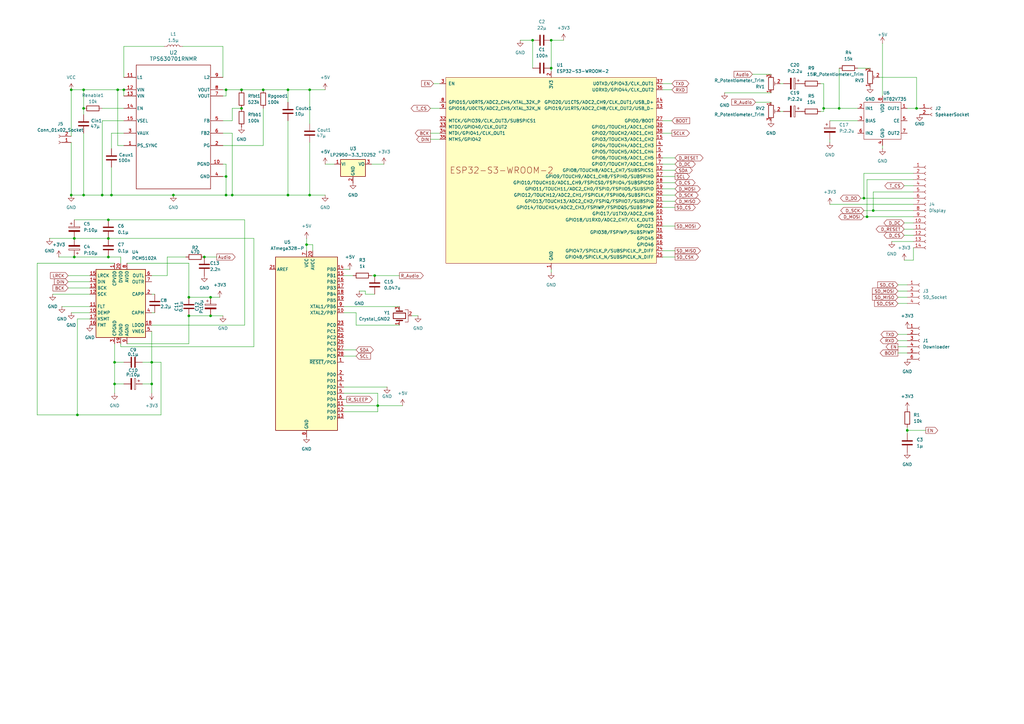
<source format=kicad_sch>
(kicad_sch (version 20231120) (generator "eeschema") (generator_version "8.0")
  (paper "A3")
  (junction (at 153.67 113.03))
  (junction (at 83.82 105.41))
  (junction (at 86.36 129.54))
  (junction (at 99.06 44.45))
  (junction (at 71.12 80.01))
  (junction (at 62.23 157.48))
  (junction (at 62.23 148.59))
  (junction (at 107.95 36.83))
  (junction (at 154.94 166.37))
  (junction (at 44.45 105.41))
  (junction (at 31.75 170.18))
  (junction (at 92.71 72.39))
  (junction (at 48.26 36.83))
  (junction (at 125.73 100.33))
  (junction (at 77.47 121.92))
  (junction (at 354.33 81.28))
  (junction (at 372.11 176.53))
  (junction (at 118.11 80.01))
  (junction (at 30.48 105.41))
  (junction (at 355.6 88.9))
  (junction (at 358.14 86.36))
  (junction (at 375.92 44.45))
  (junction (at 127 80.01))
  (junction (at 95.25 80.01))
  (junction (at 29.21 36.83))
  (junction (at 34.29 80.01))
  (junction (at 34.29 36.83))
  (junction (at 218.44 16.51))
  (junction (at 344.17 44.45))
  (junction (at 118.11 36.83))
  (junction (at 226.06 16.51))
  (junction (at 127 36.83))
  (junction (at 30.48 97.79))
  (junction (at 34.29 44.45))
  (junction (at 41.91 80.01))
  (junction (at 92.71 36.83))
  (junction (at 86.36 121.92))
  (junction (at 337.82 44.45))
  (junction (at 99.06 36.83))
  (junction (at 92.71 80.01))
  (junction (at 44.45 97.79))
  (junction (at 46.99 157.48))
  (junction (at 44.45 90.17))
  (junction (at 77.47 129.54))
  (junction (at 46.99 148.59))
  (junction (at 50.8 36.83))
  (junction (at 226.06 27.94))
  (junction (at 29.21 80.01))
  (junction (at 45.72 80.01))
  (wire (pts (xy 271.78 102.87) (xy 276.86 102.87)))
  (wire (pts (xy 66.04 148.59) (xy 62.23 148.59)))
  (wire (pts (xy 15.24 107.95) (xy 15.24 170.18)))
  (wire (pts (xy 95.25 54.61) (xy 95.25 80.01)))
  (wire (pts (xy 354.33 81.28) (xy 374.65 81.28)))
  (wire (pts (xy 95.25 44.45) (xy 99.06 44.45)))
  (wire (pts (xy 62.23 148.59) (xy 62.23 157.48)))
  (wire (pts (xy 271.78 82.55) (xy 276.86 82.55)))
  (wire (pts (xy 358.14 78.74) (xy 358.14 86.36)))
  (wire (pts (xy 375.92 44.45) (xy 377.19 44.45)))
  (wire (pts (xy 149.86 119.38) (xy 149.86 120.65)))
  (wire (pts (xy 29.21 36.83) (xy 34.29 36.83)))
  (wire (pts (xy 354.33 71.12) (xy 374.65 71.12)))
  (wire (pts (xy 25.4 125.73) (xy 36.83 125.73)))
  (wire (pts (xy 226.06 16.51) (xy 231.14 16.51)))
  (wire (pts (xy 45.72 54.61) (xy 45.72 60.96)))
  (wire (pts (xy 15.24 107.95) (xy 46.99 107.95)))
  (wire (pts (xy 127 80.01) (xy 133.35 80.01)))
  (wire (pts (xy 49.53 140.97) (xy 49.53 142.24)))
  (wire (pts (xy 147.32 119.38) (xy 149.86 119.38)))
  (wire (pts (xy 50.8 59.69) (xy 48.26 59.69)))
  (wire (pts (xy 92.71 67.31) (xy 92.71 72.39)))
  (wire (pts (xy 71.12 80.01) (xy 92.71 80.01)))
  (wire (pts (xy 66.04 170.18) (xy 66.04 148.59)))
  (wire (pts (xy 41.91 44.45) (xy 50.8 44.45)))
  (wire (pts (xy 163.83 133.35) (xy 146.05 133.35)))
  (wire (pts (xy 128.27 100.33) (xy 128.27 102.87)))
  (wire (pts (xy 154.94 166.37) (xy 165.1 166.37)))
  (wire (pts (xy 27.94 118.11) (xy 36.83 118.11)))
  (wire (pts (xy 271.78 85.09) (xy 276.86 85.09)))
  (wire (pts (xy 62.23 135.89) (xy 62.23 148.59)))
  (wire (pts (xy 27.94 115.57) (xy 36.83 115.57)))
  (wire (pts (xy 52.07 107.95) (xy 77.47 107.95)))
  (wire (pts (xy 118.11 36.83) (xy 127 36.83)))
  (wire (pts (xy 91.44 36.83) (xy 92.71 36.83)))
  (wire (pts (xy 95.25 49.53) (xy 95.25 44.45)))
  (wire (pts (xy 140.97 161.29) (xy 154.94 161.29)))
  (wire (pts (xy 368.3 144.78) (xy 372.11 144.78)))
  (wire (pts (xy 308.61 30.48) (xy 316.23 30.48)))
  (wire (pts (xy 226.06 27.94) (xy 226.06 16.51)))
  (wire (pts (xy 372.11 44.45) (xy 375.92 44.45)))
  (wire (pts (xy 30.48 105.41) (xy 44.45 105.41)))
  (wire (pts (xy 118.11 41.91) (xy 118.11 36.83)))
  (wire (pts (xy 336.55 34.29) (xy 337.82 34.29)))
  (wire (pts (xy 320.04 45.72) (xy 321.31 45.72)))
  (wire (pts (xy 154.94 161.29) (xy 154.94 166.37)))
  (wire (pts (xy 95.25 80.01) (xy 92.71 80.01)))
  (wire (pts (xy 15.24 170.18) (xy 31.75 170.18)))
  (wire (pts (xy 127 80.01) (xy 118.11 80.01)))
  (wire (pts (xy 63.5 128.27) (xy 62.23 128.27)))
  (wire (pts (xy 360.68 31.75) (xy 375.92 31.75)))
  (wire (pts (xy 374.65 106.68) (xy 370.84 106.68)))
  (wire (pts (xy 91.44 59.69) (xy 107.95 59.69)))
  (wire (pts (xy 50.8 148.59) (xy 46.99 148.59)))
  (wire (pts (xy 297.18 38.1) (xy 316.23 38.1)))
  (wire (pts (xy 370.84 93.98) (xy 374.65 93.98)))
  (wire (pts (xy 320.04 34.29) (xy 321.31 34.29)))
  (wire (pts (xy 140.97 166.37) (xy 154.94 166.37)))
  (wire (pts (xy 271.78 92.71) (xy 276.86 92.71)))
  (wire (pts (xy 140.97 110.49) (xy 143.51 110.49)))
  (wire (pts (xy 68.58 105.41) (xy 76.2 105.41)))
  (wire (pts (xy 41.91 80.01) (xy 45.72 80.01)))
  (wire (pts (xy 368.3 139.7) (xy 372.11 139.7)))
  (wire (pts (xy 48.26 59.69) (xy 48.26 36.83)))
  (wire (pts (xy 30.48 90.17) (xy 44.45 90.17)))
  (wire (pts (xy 372.11 176.53) (xy 372.11 177.8)))
  (wire (pts (xy 34.29 36.83) (xy 34.29 44.45)))
  (wire (pts (xy 50.8 157.48) (xy 46.99 157.48)))
  (wire (pts (xy 45.72 68.58) (xy 45.72 80.01)))
  (wire (pts (xy 125.73 100.33) (xy 128.27 100.33)))
  (wire (pts (xy 91.44 129.54) (xy 86.36 129.54)))
  (wire (pts (xy 140.97 143.51) (xy 146.05 143.51)))
  (wire (pts (xy 50.8 19.05) (xy 50.8 31.75)))
  (wire (pts (xy 74.93 19.05) (xy 91.44 19.05)))
  (wire (pts (xy 77.47 129.54) (xy 86.36 129.54)))
  (wire (pts (xy 226.06 29.21) (xy 226.06 27.94)))
  (wire (pts (xy 24.13 105.41) (xy 30.48 105.41)))
  (wire (pts (xy 92.71 72.39) (xy 92.71 80.01)))
  (wire (pts (xy 271.78 49.53) (xy 275.59 49.53)))
  (wire (pts (xy 46.99 148.59) (xy 46.99 157.48)))
  (wire (pts (xy 62.23 157.48) (xy 58.42 157.48)))
  (wire (pts (xy 29.21 58.42) (xy 29.21 80.01)))
  (wire (pts (xy 354.33 81.28) (xy 354.33 71.12)))
  (wire (pts (xy 91.44 49.53) (xy 95.25 49.53)))
  (wire (pts (xy 368.3 137.16) (xy 372.11 137.16)))
  (wire (pts (xy 107.95 36.83) (xy 118.11 36.83)))
  (wire (pts (xy 104.14 97.79) (xy 44.45 97.79)))
  (wire (pts (xy 355.6 73.66) (xy 355.6 88.9)))
  (wire (pts (xy 140.97 158.75) (xy 158.75 158.75)))
  (wire (pts (xy 49.53 142.24) (xy 104.14 142.24)))
  (wire (pts (xy 177.8 34.29) (xy 180.34 34.29)))
  (wire (pts (xy 271.78 64.77) (xy 276.86 64.77)))
  (wire (pts (xy 52.07 140.97) (xy 77.47 140.97)))
  (wire (pts (xy 368.3 119.38) (xy 372.11 119.38)))
  (wire (pts (xy 149.86 120.65) (xy 153.67 120.65)))
  (wire (pts (xy 351.79 27.94) (xy 356.87 27.94)))
  (wire (pts (xy 271.78 36.83) (xy 275.59 36.83)))
  (wire (pts (xy 271.78 80.01) (xy 276.86 80.01)))
  (wire (pts (xy 344.17 27.94) (xy 344.17 44.45)))
  (wire (pts (xy 271.78 105.41) (xy 276.86 105.41)))
  (wire (pts (xy 340.36 57.15) (xy 340.36 58.42)))
  (wire (pts (xy 48.26 36.83) (xy 50.8 36.83)))
  (wire (pts (xy 92.71 39.37) (xy 92.71 36.83)))
  (wire (pts (xy 31.75 170.18) (xy 66.04 170.18)))
  (wire (pts (xy 49.53 107.95) (xy 49.53 105.41)))
  (wire (pts (xy 30.48 97.79) (xy 44.45 97.79)))
  (wire (pts (xy 20.32 97.79) (xy 30.48 97.79)))
  (wire (pts (xy 50.8 36.83) (xy 50.8 39.37)))
  (wire (pts (xy 45.72 80.01) (xy 71.12 80.01)))
  (wire (pts (xy 49.53 105.41) (xy 44.45 105.41)))
  (wire (pts (xy 77.47 107.95) (xy 77.47 121.92)))
  (wire (pts (xy 337.82 44.45) (xy 344.17 44.45)))
  (wire (pts (xy 271.78 72.39) (xy 276.86 72.39)))
  (wire (pts (xy 271.78 74.93) (xy 276.86 74.93)))
  (wire (pts (xy 29.21 80.01) (xy 34.29 80.01)))
  (wire (pts (xy 354.33 86.36) (xy 358.14 86.36)))
  (wire (pts (xy 77.47 140.97) (xy 77.47 129.54)))
  (wire (pts (xy 91.44 54.61) (xy 95.25 54.61)))
  (wire (pts (xy 271.78 69.85) (xy 276.86 69.85)))
  (wire (pts (xy 271.78 67.31) (xy 276.86 67.31)))
  (wire (pts (xy 271.78 54.61) (xy 275.59 54.61)))
  (wire (pts (xy 92.71 67.31) (xy 91.44 67.31)))
  (wire (pts (xy 355.6 88.9) (xy 374.65 88.9)))
  (wire (pts (xy 226.06 111.76) (xy 226.06 110.49)))
  (wire (pts (xy 92.71 72.39) (xy 91.44 72.39)))
  (wire (pts (xy 50.8 54.61) (xy 45.72 54.61)))
  (wire (pts (xy 127 36.83) (xy 133.35 36.83)))
  (wire (pts (xy 337.82 34.29) (xy 337.82 44.45)))
  (wire (pts (xy 368.3 124.46) (xy 372.11 124.46)))
  (wire (pts (xy 100.33 90.17) (xy 44.45 90.17)))
  (wire (pts (xy 368.3 142.24) (xy 372.11 142.24)))
  (wire (pts (xy 92.71 36.83) (xy 99.06 36.83)))
  (wire (pts (xy 336.55 45.72) (xy 337.82 45.72)))
  (wire (pts (xy 168.91 129.54) (xy 171.45 129.54)))
  (wire (pts (xy 140.97 146.05) (xy 146.05 146.05)))
  (wire (pts (xy 27.94 113.03) (xy 36.83 113.03)))
  (wire (pts (xy 309.88 41.91) (xy 316.23 41.91)))
  (wire (pts (xy 68.58 113.03) (xy 62.23 113.03)))
  (wire (pts (xy 340.36 83.82) (xy 374.65 83.82)))
  (wire (pts (xy 271.78 77.47) (xy 276.86 77.47)))
  (wire (pts (xy 125.73 97.79) (xy 125.73 100.33)))
  (wire (pts (xy 34.29 80.01) (xy 34.29 54.61)))
  (wire (pts (xy 340.36 49.53) (xy 351.79 49.53)))
  (wire (pts (xy 140.97 113.03) (xy 144.78 113.03)))
  (wire (pts (xy 118.11 49.53) (xy 118.11 80.01)))
  (wire (pts (xy 91.44 19.05) (xy 91.44 31.75)))
  (wire (pts (xy 133.35 67.31) (xy 137.16 67.31)))
  (wire (pts (xy 355.6 73.66) (xy 374.65 73.66)))
  (wire (pts (xy 104.14 142.24) (xy 104.14 97.79)))
  (wire (pts (xy 337.82 45.72) (xy 337.82 44.45)))
  (wire (pts (xy 34.29 44.45) (xy 34.29 46.99)))
  (wire (pts (xy 154.94 168.91) (xy 154.94 166.37)))
  (wire (pts (xy 152.4 113.03) (xy 153.67 113.03)))
  (wire (pts (xy 29.21 128.27) (xy 36.83 128.27)))
  (wire (pts (xy 370.84 91.44) (xy 374.65 91.44)))
  (wire (pts (xy 370.84 96.52) (xy 374.65 96.52)))
  (wire (pts (xy 372.11 176.53) (xy 379.73 176.53)))
  (wire (pts (xy 374.65 101.6) (xy 374.65 106.68)))
  (wire (pts (xy 146.05 133.35) (xy 146.05 128.27)))
  (wire (pts (xy 100.33 133.35) (xy 100.33 90.17)))
  (wire (pts (xy 34.29 36.83) (xy 48.26 36.83)))
  (wire (pts (xy 62.23 133.35) (xy 100.33 133.35)))
  (wire (pts (xy 41.91 49.53) (xy 41.91 80.01)))
  (wire (pts (xy 140.97 125.73) (xy 163.83 125.73)))
  (wire (pts (xy 31.75 130.81) (xy 36.83 130.81)))
  (wire (pts (xy 354.33 88.9) (xy 355.6 88.9)))
  (wire (pts (xy 344.17 44.45) (xy 351.79 44.45)))
  (wire (pts (xy 62.23 148.59) (xy 58.42 148.59)))
  (wire (pts (xy 63.5 120.65) (xy 62.23 120.65)))
  (wire (pts (xy 176.53 44.45) (xy 180.34 44.45)))
  (wire (pts (xy 370.84 76.2) (xy 374.65 76.2)))
  (wire (pts (xy 83.82 105.41) (xy 88.9 105.41)))
  (wire (pts (xy 368.3 116.84) (xy 372.11 116.84)))
  (wire (pts (xy 127 58.42) (xy 127 80.01)))
  (wire (pts (xy 41.91 49.53) (xy 50.8 49.53)))
  (wire (pts (xy 118.11 80.01) (xy 95.25 80.01)))
  (wire (pts (xy 67.31 19.05) (xy 50.8 19.05)))
  (wire (pts (xy 77.47 121.92) (xy 86.36 121.92)))
  (wire (pts (xy 218.44 16.51) (xy 218.44 27.94)))
  (wire (pts (xy 41.91 80.01) (xy 34.29 80.01)))
  (wire (pts (xy 353.06 81.28) (xy 354.33 81.28)))
  (wire (pts (xy 127 50.8) (xy 127 36.83)))
  (wire (pts (xy 29.21 55.88) (xy 29.21 36.83)))
  (wire (pts (xy 375.92 31.75) (xy 375.92 44.45)))
  (wire (pts (xy 361.95 17.78) (xy 361.95 39.37)))
  (wire (pts (xy 90.17 121.92) (xy 86.36 121.92)))
  (wire (pts (xy 176.53 54.61) (xy 180.34 54.61)))
  (wire (pts (xy 213.36 16.51) (xy 218.44 16.51)))
  (wire (pts (xy 91.44 39.37) (xy 92.71 39.37)))
  (wire (pts (xy 46.99 157.48) (xy 46.99 161.29)))
  (wire (pts (xy 146.05 128.27) (xy 140.97 128.27)))
  (wire (pts (xy 31.75 130.81) (xy 31.75 170.18)))
  (wire (pts (xy 62.23 161.29) (xy 62.23 157.48)))
  (wire (pts (xy 21.59 120.65) (xy 36.83 120.65)))
  (wire (pts (xy 46.99 140.97) (xy 46.99 148.59)))
  (wire (pts (xy 68.58 105.41) (xy 68.58 113.03)))
  (wire (pts (xy 153.67 113.03) (xy 163.83 113.03)))
  (wire (pts (xy 361.95 59.69) (xy 361.95 60.96)))
  (wire (pts (xy 152.4 67.31) (xy 157.48 67.31)))
  (wire (pts (xy 271.78 34.29) (xy 275.59 34.29)))
  (wire (pts (xy 176.53 57.15) (xy 180.34 57.15)))
  (wire (pts (xy 99.06 36.83) (xy 107.95 36.83)))
  (wire (pts (xy 140.97 163.83) (xy 142.24 163.83)))
  (wire (pts (xy 107.95 59.69) (xy 107.95 44.45)))
  (wire (pts (xy 125.73 100.33) (xy 125.73 102.87)))
  (wire (pts (xy 368.3 121.92) (xy 372.11 121.92)))
  (wire (pts (xy 365.76 99.06) (xy 374.65 99.06)))
  (wire (pts (xy 358.14 86.36) (xy 374.65 86.36)))
  (wire (pts (xy 358.14 78.74) (xy 374.65 78.74)))
  (wire (pts (xy 372.11 175.26) (xy 372.11 176.53)))
  (wire (pts (xy 140.97 168.91) (xy 154.94 168.91)))
  (global_label "Audio" (shape output) (at 88.9 105.41 0) (property "Intersheetrefs" "${INTERSHEET_REFS}" (effects (hide yes))))
  (global_label "SD_CS" (shape output) (at 276.86 85.09 0) (property "Intersheetrefs" "${INTERSHEET_REFS}" (effects (hide yes))))
  (global_label "SCL" (shape output) (at 276.86 72.39 0) (property "Intersheetrefs" "${INTERSHEET_REFS}" (effects (hide yes))))
  (global_label "R_Audio" (shape input) (at 309.88 41.91 180) (property "Intersheetrefs" "${INTERSHEET_REFS}" (effects (hide yes))))
  (global_label "T_CS" (shape bidirectional) (at 176.53 44.45 180) (property "Intersheetrefs" "${INTERSHEET_REFS}" (effects (hide yes))))
  (global_label "SCL" (shape input) (at 146.05 146.05 0) (property "Intersheetrefs" "${INTERSHEET_REFS}" (effects (hide yes))))
  (global_label "RXD" (shape input) (at 275.59 36.83 0) (property "Intersheetrefs" "${INTERSHEET_REFS}" (effects (hide yes))))
  (global_label "R_Audio" (shape output) (at 163.83 113.03 0) (property "Intersheetrefs" "${INTERSHEET_REFS}" (effects (hide yes))))
  (global_label "BCK" (shape input) (at 27.94 118.11 180) (property "Intersheetrefs" "${INTERSHEET_REFS}" (effects (hide yes))))
  (global_label "RXD" (shape bidirectional) (at 368.3 139.7 180) (property "Intersheetrefs" "${INTERSHEET_REFS}" (effects (hide yes))))
  (global_label "DIN" (shape output) (at 176.53 57.15 180) (property "Intersheetrefs" "${INTERSHEET_REFS}" (effects (hide yes))))
  (global_label "SDA" (shape bidirectional) (at 276.86 69.85 0) (property "Intersheetrefs" "${INTERSHEET_REFS}" (effects (hide yes))))
  (global_label "D_DC" (shape bidirectional) (at 370.84 91.44 180) (property "Intersheetrefs" "${INTERSHEET_REFS}" (effects (hide yes))))
  (global_label "D_RESET" (shape bidirectional) (at 370.84 93.98 180) (property "Intersheetrefs" "${INTERSHEET_REFS}" (effects (hide yes))))
  (global_label "D_SCK" (shape bidirectional) (at 354.33 86.36 180) (property "Intersheetrefs" "${INTERSHEET_REFS}" (effects (hide yes))))
  (global_label "SD_MOSI" (shape input) (at 368.3 119.38 180) (property "Intersheetrefs" "${INTERSHEET_REFS}" (effects (hide yes))))
  (global_label "LRCK" (shape input) (at 27.94 113.03 180) (property "Intersheetrefs" "${INTERSHEET_REFS}" (effects (hide yes))))
  (global_label "EN" (shape output) (at 379.73 176.53 0) (property "Intersheetrefs" "${INTERSHEET_REFS}" (effects (hide yes))))
  (global_label "D_CS" (shape bidirectional) (at 276.86 74.93 0) (property "Intersheetrefs" "${INTERSHEET_REFS}" (effects (hide yes))))
  (global_label "SD_MISO" (shape output) (at 276.86 102.87 0) (property "Intersheetrefs" "${INTERSHEET_REFS}" (effects (hide yes))))
  (global_label "D_DO" (shape bidirectional) (at 353.06 81.28 180) (property "Intersheetrefs" "${INTERSHEET_REFS}" (effects (hide yes))))
  (global_label "EN" (shape output) (at 368.3 142.24 180) (property "Intersheetrefs" "${INTERSHEET_REFS}" (effects (hide yes))))
  (global_label "TXD" (shape bidirectional) (at 275.59 34.29 0) (property "Intersheetrefs" "${INTERSHEET_REFS}" (effects (hide yes))))
  (global_label "D_MOSI" (shape bidirectional) (at 354.33 88.9 180) (property "Intersheetrefs" "${INTERSHEET_REFS}" (effects (hide yes))))
  (global_label "SCLK" (shape output) (at 275.59 54.61 0) (property "Intersheetrefs" "${INTERSHEET_REFS}" (effects (hide yes))))
  (global_label "D_MOSI" (shape bidirectional) (at 276.86 77.47 0) (property "Intersheetrefs" "${INTERSHEET_REFS}" (effects (hide yes))))
  (global_label "DIN" (shape input) (at 27.94 115.57 180) (property "Intersheetrefs" "${INTERSHEET_REFS}" (effects (hide yes))))
  (global_label "D_SCK" (shape bidirectional) (at 276.86 80.01 0) (property "Intersheetrefs" "${INTERSHEET_REFS}" (effects (hide yes))))
  (global_label "EN" (shape input) (at 177.8 34.29 180) (property "Intersheetrefs" "${INTERSHEET_REFS}" (effects (hide yes))))
  (global_label "BCK" (shape output) (at 176.53 54.61 180) (property "Intersheetrefs" "${INTERSHEET_REFS}" (effects (hide yes))))
  (global_label "D_CS" (shape bidirectional) (at 370.84 96.52 180) (property "Intersheetrefs" "${INTERSHEET_REFS}" (effects (hide yes))))
  (global_label "SD_CSK" (shape output) (at 276.86 105.41 0) (property "Intersheetrefs" "${INTERSHEET_REFS}" (effects (hide yes))))
  (global_label "BOOT" (shape output) (at 368.3 144.78 180) (property "Intersheetrefs" "${INTERSHEET_REFS}" (effects (hide yes))))
  (global_label "TXD" (shape bidirectional) (at 368.3 137.16 180) (property "Intersheetrefs" "${INTERSHEET_REFS}" (effects (hide yes))))
  (global_label "D_DC" (shape bidirectional) (at 276.86 67.31 0) (property "Intersheetrefs" "${INTERSHEET_REFS}" (effects (hide yes))))
  (global_label "D_MISO" (shape bidirectional) (at 276.86 82.55 0) (property "Intersheetrefs" "${INTERSHEET_REFS}" (effects (hide yes))))
  (global_label "SD_CSK" (shape input) (at 368.3 124.46 180) (property "Intersheetrefs" "${INTERSHEET_REFS}" (effects (hide yes))))
  (global_label "T_CS" (shape bidirectional) (at 370.84 76.2 180) (property "Intersheetrefs" "${INTERSHEET_REFS}" (effects (hide yes))))
  (global_label "SD_MOSI" (shape output) (at 276.86 92.71 0) (property "Intersheetrefs" "${INTERSHEET_REFS}" (effects (hide yes))))
  (global_label "D_RESET" (shape bidirectional) (at 276.86 64.77 0) (property "Intersheetrefs" "${INTERSHEET_REFS}" (effects (hide yes))))
  (global_label "BOOT" (shape input) (at 275.59 49.53 0) (property "Intersheetrefs" "${INTERSHEET_REFS}" (effects (hide yes))))
  (global_label "Audio" (shape input) (at 308.61 30.48 180) (property "Intersheetrefs" "${INTERSHEET_REFS}" (effects (hide yes))))
  (global_label "SD_CS" (shape input) (at 368.3 116.84 180) (property "Intersheetrefs" "${INTERSHEET_REFS}" (effects (hide yes))))
  (global_label "R_SLEEP" (shape output) (at 142.24 163.83 0) (property "Intersheetrefs" "${INTERSHEET_REFS}" (effects (hide yes))))
  (global_label "SD_MISO" (shape input) (at 368.3 121.92 180) (property "Intersheetrefs" "${INTERSHEET_REFS}" (effects (hide yes))))
  (global_label "SDA" (shape bidirectional) (at 146.05 143.51 0) (property "Intersheetrefs" "${INTERSHEET_REFS}" (effects (hide yes))))
  (symbol (lib_id "power:+5V") (at 125.73 97.79 0) (unit 1)
    (property "Reference" "#PWR029" (effects (hide yes)))
    (property "Value" "+5V" (at 125.73 92.71 0))
    (property "Description" "Power symbol creates a global label with name \"+5V\"" (effects (hide yes)))
  )
  (symbol (lib_id "power:GND") (at 21.59 120.65 0) (unit 1)
    (property "Reference" "#PWR026" (effects (hide yes)))
    (property "Value" "GND" (at 21.59 125.73 0))
    (property "Description" "Power symbol creates a global label with name \"GND\" , ground" (effects (hide yes)))
  )
  (symbol (lib_id "Connector:Conn_01x06_Socket") (at 377.19 139.7 0) (unit 1)
    (property "Reference" "J1" (at 378.46 139.6999 0) (effects (justify left)))
    (property "Value" "Downloader" (at 378.46 142.2399 0) (effects (justify left)))
    (property "Footprint" "Connector_PinSocket_2.54mm:PinSocket_1x06_P2.54mm_Vertical" (effects (hide yes)))
    (property "Description" "Generic connector, single row, 01x06, script generated" (effects (hide yes)))
  )
  (symbol (lib_id "power:+5V") (at 143.51 110.49 0) (unit 1)
    (property "Reference" "#PWR035" (effects (hide yes)))
    (property "Value" "+5V" (at 143.51 105.41 0))
    (property "Description" "Power symbol creates a global label with name \"+5V\"" (effects (hide yes)))
  )
  (symbol (lib_id "power:GND") (at 226.06 111.76 0) (unit 1)
    (property "Reference" "#PWR010" (effects (hide yes)))
    (property "Value" "GND" (at 226.06 116.84 0))
    (property "Description" "Power symbol creates a global label with name \"GND\" , ground" (effects (hide yes)))
  )
  (symbol (lib_id "Device:C") (at 63.5 124.46 0) (unit 1)
    (property "Reference" "C8" (at 65.786 123.19 0) (effects (justify left)))
    (property "Value" "2.2μ" (at 65.786 125.73 0) (effects (justify left)))
    (property "Footprint" "Capacitor_SMD:C_0504_1310Metric" (effects (hide yes)))
    (property "Description" "Unpolarized capacitor" (effects (hide yes)))
  )
  (symbol (lib_id "power:GND") (at 297.18 38.1 0) (unit 1)
    (property "Reference" "#PWR045" (effects (hide yes)))
    (property "Value" "GND" (at 297.18 43.18 0))
    (property "Description" "Power symbol creates a global label with name \"GND\" , ground" (effects (hide yes)))
  )
  (symbol (lib_id "power:GND") (at 372.11 185.42 0) (unit 1)
    (property "Reference" "#PWR016" (effects (hide yes)))
    (property "Value" "GND" (at 372.11 190.5 0))
    (property "Description" "Power symbol creates a global label with name \"GND\" , ground" (effects (hide yes)))
  )
  (symbol (lib_id "power:GND") (at 340.36 58.42 0) (unit 1)
    (property "Reference" "#PWR036" (effects (hide yes)))
    (property "Value" "GND" (at 340.36 63.5 0))
    (property "Description" "Power symbol creates a global label with name \"GND\" , ground" (effects (hide yes)))
  )
  (symbol (lib_id "power:GND") (at 29.21 80.01 0) (unit 1)
    (property "Reference" "#PWR04" (effects (hide yes)))
    (property "Value" "GND" (at 29.21 85.09 0))
    (property "Description" "Power symbol creates a global label with name \"GND\" , ground" (effects (hide yes)))
  )
  (symbol (lib_id "Device:C_Polarized") (at 86.36 125.73 0) (unit 1)
    (property "Reference" "C12" (at 80.772 125.73 90))
    (property "Value" "P:10μ" (at 82.55 125.73 90))
    (property "Footprint" "Capacitor_SMD:CP_Elec_3x5.4" (effects (hide yes)))
    (property "Description" "Polarized capacitor" (effects (hide yes)))
  )
  (symbol (lib_id "Connector:Conn_01x04_Socket") (at 377.19 119.38 0) (unit 1)
    (property "Reference" "J3" (at 378.46 119.3799 0) (effects (justify left)))
    (property "Value" "SD_Socket" (at 378.46 121.9199 0) (effects (justify left)))
    (property "Footprint" "Connector_PinSocket_2.54mm:PinSocket_1x04_P2.54mm_Vertical" (effects (hide yes)))
    (property "Description" "Generic connector, single row, 01x04, script generated" (effects (hide yes)))
  )
  (symbol (lib_id "Device:C") (at 54.61 148.59 270) (unit 1)
    (property "Reference" "C9" (at 54.61 143.51 90))
    (property "Value" "0.1μ" (at 54.61 145.288 90))
    (property "Footprint" "Capacitor_SMD:C_0402_1005Metric" (effects (hide yes)))
    (property "Description" "Unpolarized capacitor" (effects (hide yes)))
  )
  (symbol (lib_id "power:GND") (at 99.06 52.07 0) (unit 1)
    (property "Reference" "#PWR02" (effects (hide yes)))
    (property "Value" "GND" (at 99.06 57.15 0))
    (property "Description" "Power symbol creates a global label with name \"GND\" , ground" (effects (hide yes)))
  )
  (symbol (lib_id "power:GND") (at 213.36 16.51 0) (unit 1)
    (property "Reference" "#PWR012" (effects (hide yes)))
    (property "Value" "GND" (at 213.36 21.59 0))
    (property "Description" "Power symbol creates a global label with name \"GND\" , ground" (effects (hide yes)))
  )
  (symbol (lib_id "power:+5V") (at 133.35 67.31 0) (unit 1)
    (property "Reference" "#PWR08" (effects (hide yes)))
    (property "Value" "+5V" (at 133.35 62.23 0))
    (property "Description" "Power symbol creates a global label with name \"+5V\"" (effects (hide yes)))
  )
  (symbol (lib_id "Ti:TPS630701RNMR") (at 71.12 52.07 0) (unit 1)
    (property "Reference" "U2" (at 71.12 21.59 0) (effects (font (size 1.524 1.524))))
    (property "Value" "TPS630701RNMR" (at 71.12 24.13 0) (effects (font (size 1.524 1.524))))
    (property "Footprint" "Ti:RNM0015A" (effects (hide yes)))
    (property "Datasheet" "TPS630701RNMR" (effects (hide yes)))
  )
  (symbol (lib_id "Device:R_Potentiometer_Trim") (at 316.23 34.29 0) (mirror x) (unit 1)
    (property "Reference" "RV1" (at 313.69 35.5601 0) (effects (justify right)))
    (property "Value" "R_Potentiometer_Trim" (at 313.69 33.0201 0) (effects (justify right)))
    (property "Footprint" "Potentiometer_SMD:Potentiometer_Bourns_PRS11S_Vertical" (effects (hide yes)))
    (property "Description" "Trim-potentiometer" (effects (hide yes)))
  )
  (symbol (lib_id "power:GND") (at 365.76 99.06 0) (unit 1)
    (property "Reference" "#PWR043" (effects (hide yes)))
    (property "Value" "GND" (at 365.76 104.14 0))
    (property "Description" "Power symbol creates a global label with name \"GND\" , ground" (effects (hide yes)))
  )
  (symbol (lib_id "Device:C_Polarized") (at 325.12 45.72 270) (unit 1)
    (property "Reference" "C19" (at 326.009 38.1 90))
    (property "Value" "P:2.2u" (at 326.009 40.64 90))
    (property "Footprint" "Capacitor_SMD:CP_Elec_4x5.4" (effects (hide yes)))
    (property "Description" "Polarized capacitor" (effects (hide yes)))
  )
  (symbol (lib_id "power:+3V3") (at 231.14 16.51 0) (unit 1)
    (property "Reference" "#PWR014" (effects (hide yes)))
    (property "Value" "+3V3" (at 231.14 11.43 0))
    (property "Description" "Power symbol creates a global label with name \"+3V3\"" (effects (hide yes)))
  )
  (symbol (lib_id "power:VCC") (at 29.21 36.83 0) (unit 1)
    (property "Reference" "#PWR01" (effects (hide yes)))
    (property "Value" "VCC" (at 29.21 31.75 0))
    (property "Description" "Power symbol creates a global label with name \"VCC\"" (effects (hide yes)))
  )
  (symbol (lib_id "Device:R_Potentiometer_Trim") (at 356.87 31.75 0) (mirror x) (unit 1)
    (property "Reference" "RV3" (at 354.33 33.0201 0) (effects (justify right)))
    (property "Value" "R_Potentiometer_Trim" (at 354.33 30.4801 0) (effects (justify right)))
    (property "Footprint" "Potentiometer_SMD:Potentiometer_Bourns_PRS11S_Vertical" (effects (hide yes)))
    (property "Description" "Trim-potentiometer" (effects (hide yes)))
  )
  (symbol (lib_id "Device:C") (at 222.25 27.94 270) (unit 1)
    (property "Reference" "C1" (at 222.25 20.32 90))
    (property "Value" "100n" (at 222.25 22.86 90))
    (property "Footprint" "Capacitor_SMD:C_0402_1005Metric" (effects (hide yes)))
    (property "Description" "Unpolarized capacitor" (effects (hide yes)))
  )
  (symbol (lib_id "power:GND") (at 158.75 158.75 0) (unit 1)
    (property "Reference" "#PWR034" (effects (hide yes)))
    (property "Value" "GND" (at 158.75 162.56 0))
    (property "Description" "Power symbol creates a global label with name \"GND\" , ground" (effects (hide yes)))
  )
  (symbol (lib_id "MCU_Microchip_ATmega:ATmega328-P") (at 125.73 140.97 0) (unit 1)
    (property "Reference" "U5" (at 117.856 99.314 0))
    (property "Value" "ATmega328-P" (at 117.856 101.854 0))
    (property "Footprint" "Package_DIP:DIP-28_W7.62mm" (effects (hide yes)))
    (property "Datasheet" "http://ww1.microchip.com/downloads/en/DeviceDoc/ATmega328_P%20AVR%20MCU%20with%20picoPower%20Technology%20Data%20Sheet%2040001984A.pdf" (effects (hide yes)))
    (property "Description" "20MHz, 32kB Flash, 2kB SRAM, 1kB EEPROM, DIP-28" (effects (hide yes)))
  )
  (symbol (lib_id "power:GND") (at 377.19 46.99 0) (unit 1)
    (property "Reference" "#PWR041" (effects (hide yes)))
    (property "Value" "GND" (at 377.19 50.8 0))
    (property "Description" "Power symbol creates a global label with name \"GND\" , ground" (effects (hide yes)))
  )
  (symbol (lib_id "power:+5V") (at 165.1 166.37 0) (unit 1)
    (property "Reference" "#PWR031" (effects (hide yes)))
    (property "Value" "+5V" (at 165.1 161.29 0))
    (property "Description" "Power symbol creates a global label with name \"+5V\"" (effects (hide yes)))
  )
  (symbol (lib_id "power:+3V3") (at 372.11 167.64 0) (unit 1)
    (property "Reference" "#PWR015" (effects (hide yes)))
    (property "Value" "+3V3" (at 372.11 162.56 0))
    (property "Description" "Power symbol creates a global label with name \"+3V3\"" (effects (hide yes)))
  )
  (symbol (lib_id "Device:R") (at 372.11 171.45 0) (unit 1)
    (property "Reference" "R1" (at 374.65 170.1799 0) (effects (justify left)))
    (property "Value" "10k" (at 374.65 172.7199 0) (effects (justify left)))
    (property "Footprint" "Resistor_SMD:R_0603_1608Metric" (effects (hide yes)))
    (property "Description" "Resistor" (effects (hide yes)))
  )
  (symbol (lib_id "power:+3V3") (at 157.48 67.31 0) (unit 1)
    (property "Reference" "#PWR09" (effects (hide yes)))
    (property "Value" "+3V3" (at 157.48 62.23 0))
    (property "Description" "Power symbol creates a global label with name \"+3V3\"" (effects (hide yes)))
  )
  (symbol (lib_id "power:+3V3") (at 62.23 161.29 180) (unit 1)
    (property "Reference" "#PWR023" (effects (hide yes)))
    (property "Value" "+3V3" (at 62.23 166.37 0))
    (property "Description" "Power symbol creates a global label with name \"+3V3\"" (effects (hide yes)))
  )
  (symbol (lib_id "power:+3V3") (at 372.11 134.62 0) (unit 1)
    (property "Reference" "#PWR013" (effects (hide yes)))
    (property "Value" "+3V3" (at 372.11 129.54 0))
    (property "Description" "Power symbol creates a global label with name \"+3V3\"" (effects (hide yes)))
  )
  (symbol (lib_id "power:GND") (at 147.32 119.38 0) (unit 1)
    (property "Reference" "#PWR033" (effects (hide yes)))
    (property "Value" "GND" (at 147.32 124.46 0))
    (property "Description" "Power symbol creates a global label with name \"GND\" , ground" (effects (hide yes)))
  )
  (symbol (lib_id "Audio:PCM5102A") (at 49.53 123.19 0) (unit 1)
    (property "Reference" "U4" (at 54.102 103.378 0) (effects (justify left)))
    (property "Value" "PCM5102A" (at 54.102 105.918 0) (effects (justify left)))
    (property "Footprint" "Package_SO:TSSOP-20_4.4x6.5mm_P0.65mm" (effects (hide yes)))
    (property "Datasheet" "https://www.ti.com/lit/ds/symlink/pcm5102a.pdf" (effects (hide yes)))
    (property "Description" "2.1 VRMS, 112dB Audio Stereo DAC with PLL and 32-bit, 384kHz PCM Interface, TSSOP-20" (effects (hide yes)))
  )
  (symbol (lib_id "power:GND") (at 36.83 133.35 0) (unit 1)
    (property "Reference" "#PWR019" (effects (hide yes)))
    (property "Value" "GND" (at 36.83 138.43 0))
    (property "Description" "Power symbol creates a global label with name \"GND\" , ground" (effects (hide yes)))
  )
  (symbol (lib_id "power:GND") (at 91.44 129.54 0) (unit 1)
    (property "Reference" "#PWR024" (effects (hide yes)))
    (property "Value" "GND" (at 91.44 134.62 0))
    (property "Description" "Power symbol creates a global label with name \"GND\" , ground" (effects (hide yes)))
  )
  (symbol (lib_id "Device:C_Polarized") (at 30.48 93.98 0) (unit 1)
    (property "Reference" "C5" (at 34.29 91.8209 0) (effects (justify left)))
    (property "Value" "P:10μ" (at 34.29 94.3609 0) (effects (justify left)))
    (property "Footprint" "Capacitor_SMD:CP_Elec_3x5.4" (effects (hide yes)))
    (property "Description" "Polarized capacitor" (effects (hide yes)))
  )
  (symbol (lib_id "power:+3V3") (at 24.13 105.41 0) (unit 1)
    (property "Reference" "#PWR020" (effects (hide yes)))
    (property "Value" "+3V3" (at 24.13 100.33 0))
    (property "Description" "Power symbol creates a global label with name \"+3V3\"" (effects (hide yes)))
  )
  (symbol (lib_id "Device:R") (at 148.59 113.03 270) (unit 1)
    (property "Reference" "R3" (at 148.59 106.68 90))
    (property "Value" "1k" (at 148.59 109.22 90))
    (property "Footprint" "Resistor_SMD:R_1210_3225Metric" (effects (hide yes)))
    (property "Description" "Resistor" (effects (hide yes)))
  )
  (symbol (lib_id "Device:C_Polarized") (at 325.12 34.29 270) (unit 1)
    (property "Reference" "C20" (at 326.009 26.67 90))
    (property "Value" "P:2.2u" (at 326.009 29.21 90))
    (property "Footprint" "Capacitor_SMD:CP_Elec_4x5.4" (effects (hide yes)))
    (property "Description" "Polarized capacitor" (effects (hide yes)))
  )
  (symbol (lib_id "Device:L") (at 71.12 19.05 90) (unit 1)
    (property "Reference" "L1" (at 71.12 13.97 90))
    (property "Value" "1.5μ" (at 71.12 16.51 90))
    (property "Footprint" "Inductor_SMD:L_Bourns_SRN8040TA" (effects (hide yes)))
    (property "Description" "Inductor" (effects (hide yes)))
  )
  (symbol (lib_id "Device:C_Polarized") (at 54.61 157.48 270) (unit 1)
    (property "Reference" "C10" (at 54.61 151.892 90))
    (property "Value" "P:10μ" (at 54.61 153.67 90))
    (property "Footprint" "Capacitor_SMD:CP_Elec_3x5.4" (effects (hide yes)))
    (property "Description" "Polarized capacitor" (effects (hide yes)))
  )
  (symbol (lib_id "power:+3V3") (at 90.17 121.92 0) (unit 1)
    (property "Reference" "#PWR025" (effects (hide yes)))
    (property "Value" "+3V3" (at 90.17 116.84 0))
    (property "Description" "Power symbol creates a global label with name \"+3V3\"" (effects (hide yes)))
  )
  (symbol (lib_id "Device:R") (at 332.74 45.72 90) (unit 1)
    (property "Reference" "R5" (at 332.74 39.37 90))
    (property "Value" "15k" (at 332.74 41.91 90))
    (property "Footprint" "Resistor_SMD:R_0603_1608Metric" (effects (hide yes)))
    (property "Description" "Resistor" (effects (hide yes)))
  )
  (symbol (lib_id "Device:C") (at 34.29 50.8 0) (unit 1)
    (property "Reference" "Cin1" (at 37.338 49.53 0) (effects (justify left)))
    (property "Value" "47μ" (at 37.084 51.816 0) (effects (justify left)))
    (property "Footprint" "Capacitor_SMD:C_1210_3225Metric" (effects (hide yes)))
    (property "Description" "Unpolarized capacitor" (effects (hide yes)))
  )
  (symbol (lib_id "Device:R") (at 332.74 34.29 90) (unit 1)
    (property "Reference" "R9" (at 332.74 27.94 90))
    (property "Value" "15k" (at 332.74 30.48 90))
    (property "Footprint" "Resistor_SMD:R_0603_1608Metric" (effects (hide yes)))
    (property "Description" "Resistor" (effects (hide yes)))
  )
  (symbol (lib_id "Device:C") (at 118.11 45.72 0) (unit 1)
    (property "Reference" "Coutx1" (at 121.158 44.45 0) (effects (justify left)))
    (property "Value" "10μ" (at 120.904 46.736 0) (effects (justify left)))
    (property "Footprint" "Capacitor_SMD:C_0603_1608Metric" (effects (hide yes)))
    (property "Description" "Unpolarized capacitor" (effects (hide yes)))
  )
  (symbol (lib_id "Device:R") (at 347.98 27.94 90) (unit 1)
    (property "Reference" "R4" (at 347.98 21.59 90))
    (property "Value" "15k" (at 347.98 24.13 90))
    (property "Footprint" "Resistor_SMD:R_0603_1608Metric" (effects (hide yes)))
    (property "Description" "Resistor" (effects (hide yes)))
  )
  (symbol (lib_id "power:GND") (at 356.87 35.56 0) (unit 1)
    (property "Reference" "#PWR046" (effects (hide yes)))
    (property "Value" "GND" (at 356.87 40.64 0))
    (property "Description" "Power symbol creates a global label with name \"GND\" , ground" (effects (hide yes)))
  )
  (symbol (lib_id "Device:C") (at 127 54.61 0) (unit 1)
    (property "Reference" "Cout1" (at 130.048 53.34 0) (effects (justify left)))
    (property "Value" "47μ" (at 129.794 55.626 0) (effects (justify left)))
    (property "Footprint" "Capacitor_SMD:C_1210_3225Metric" (effects (hide yes)))
    (property "Description" "Unpolarized capacitor" (effects (hide yes)))
  )
  (symbol (lib_id "power:GND") (at 361.95 60.96 0) (unit 1)
    (property "Reference" "#PWR037" (effects (hide yes)))
    (property "Value" "GND" (at 361.95 66.04 0))
    (property "Description" "Power symbol creates a global label with name \"GND\" , ground" (effects (hide yes)))
  )
  (symbol (lib_id "power:GND") (at 372.11 147.32 0) (unit 1)
    (property "Reference" "#PWR011" (effects (hide yes)))
    (property "Value" "GND" (at 372.11 152.4 0))
    (property "Description" "Power symbol creates a global label with name \"GND\" , ground" (effects (hide yes)))
  )
  (symbol (lib_id "Connector:Conn_01x02_Socket") (at 24.13 58.42 180) (unit 1)
    (property "Reference" "J5" (at 24.765 50.8 0))
    (property "Value" "Conn_01x02_Socket" (at 24.765 53.34 0))
    (property "Footprint" "Connector_PinHeader_2.54mm:PinHeader_1x02_P2.54mm_Vertical" (effects (hide yes)))
    (property "Description" "Generic connector, single row, 01x02, script generated" (effects (hide yes)))
  )
  (symbol (lib_id "power:+5V") (at 133.35 36.83 0) (unit 1)
    (property "Reference" "#PWR07" (effects (hide yes)))
    (property "Value" "+5V" (at 133.35 31.75 0))
    (property "Description" "Power symbol creates a global label with name \"+5V\"" (effects (hide yes)))
  )
  (symbol (lib_id "Connector:Conn_01x02_Socket") (at 382.27 44.45 0) (unit 1)
    (property "Reference" "J2" (at 383.54 44.4499 0) (effects (justify left)))
    (property "Value" "SpekaerSocket" (at 383.54 46.9899 0) (effects (justify left)))
    (property "Footprint" "Connector_PinSocket_2.54mm:PinSocket_1x02_P2.54mm_Vertical" (effects (hide yes)))
    (property "Description" "Generic connector, single row, 01x02, script generated" (effects (hide yes)))
  )
  (symbol (lib_id "power:+3V3") (at 370.84 106.68 0) (unit 1)
    (property "Reference" "#PWR042" (effects (hide yes)))
    (property "Value" "+3V3" (at 370.84 101.6 0))
    (property "Description" "Power symbol creates a global label with name \"+3V3\"" (effects (hide yes)))
  )
  (symbol (lib_id "Device:C") (at 153.67 116.84 180) (unit 1)
    (property "Reference" "C15" (at 157.48 115.5699 0) (effects (justify right)))
    (property "Value" "0.047u" (at 157.48 118.1099 0) (effects (justify right)))
    (property "Footprint" "Capacitor_SMD:C_0402_1005Metric" (effects (hide yes)))
    (property "Description" "Unpolarized capacitor" (effects (hide yes)))
  )
  (symbol (lib_id "power:GND") (at 83.82 113.03 0) (unit 1)
    (property "Reference" "#PWR027" (effects (hide yes)))
    (property "Value" "GND" (at 83.82 118.11 0))
    (property "Description" "Power symbol creates a global label with name \"GND\" , ground" (effects (hide yes)))
  )
  (symbol (lib_id "Device:C") (at 372.11 181.61 0) (unit 1)
    (property "Reference" "C3" (at 375.92 180.3399 0) (effects (justify left)))
    (property "Value" "1μ" (at 375.92 182.8799 0) (effects (justify left)))
    (property "Footprint" "Capacitor_SMD:C_0402_1005Metric" (effects (hide yes)))
    (property "Description" "Unpolarized capacitor" (effects (hide yes)))
  )
  (symbol (lib_id "power:GND") (at 125.73 179.07 0) (unit 1)
    (property "Reference" "#PWR032" (effects (hide yes)))
    (property "Value" "GND" (at 125.73 184.15 0))
    (property "Description" "Power symbol creates a global label with name \"GND\" , ground" (effects (hide yes)))
  )
  (symbol (lib_id "power:+3V3") (at 340.36 83.82 0) (unit 1)
    (property "Reference" "#PWR030" (effects (hide yes)))
    (property "Value" "+3V3" (at 340.36 78.74 0))
    (property "Description" "Power symbol creates a global label with name \"+3V3\"" (effects (hide yes)))
  )
  (symbol (lib_id "power:+5V") (at 361.95 17.78 0) (unit 1)
    (property "Reference" "#PWR038" (effects (hide yes)))
    (property "Value" "+5V" (at 361.95 14.224 0))
    (property "Description" "Power symbol creates a global label with name \"+5V\"" (effects (hide yes)))
  )
  (symbol (lib_id "Device:Crystal_GND2") (at 163.83 129.54 90) (unit 1)
    (property "Reference" "Y1" (at 160.02 128.2699 90) (effects (justify left)))
    (property "Value" "Crystal_GND2" (at 160.02 130.8099 90) (effects (justify left)))
    (property "Footprint" "Crystal:Resonator_Murata_CSTLSxxxX-3Pin_W5.5mm_H3.0mm" (effects (hide yes)))
    (property "Description" "Three pin crystal, GND on pin 2" (effects (hide yes)))
  )
  (symbol (lib_id "Device:C") (at 77.47 125.73 0) (unit 1)
    (property "Reference" "C11" (at 72.39 125.73 90))
    (property "Value" "0.1μ" (at 74.168 125.73 90))
    (property "Footprint" "Capacitor_SMD:C_0402_1005Metric" (effects (hide yes)))
    (property "Description" "Unpolarized capacitor" (effects (hide yes)))
  )
  (symbol (lib_id "power:GND") (at 71.12 80.01 0) (unit 1)
    (property "Reference" "#PWR03" (effects (hide yes)))
    (property "Value" "GND" (at 71.12 85.09 0))
    (property "Description" "Power symbol creates a global label with name \"GND\" , ground" (effects (hide yes)))
  )
  (symbol (lib_id "Device:R") (at 99.06 40.64 0) (unit 1)
    (property "Reference" "Rfbt1" (at 101.6 39.3699 0) (effects (justify left)))
    (property "Value" "523k" (at 101.6 41.9099 0) (effects (justify left)))
    (property "Footprint" "Resistor_SMD:R_0603_1608Metric" (effects (hide yes)))
    (property "Description" "Resistor" (effects (hide yes)))
  )
  (symbol (lib_id "power:GND") (at 25.4 125.73 0) (unit 1)
    (property "Reference" "#PWR017" (effects (hide yes)))
    (property "Value" "GND" (at 25.4 130.81 0))
    (property "Description" "Power symbol creates a global label with name \"GND\" , ground" (effects (hide yes)))
  )
  (symbol (lib_id "power:GND") (at 20.32 97.79 0) (unit 1)
    (property "Reference" "#PWR021" (effects (hide yes)))
    (property "Value" "GND" (at 20.32 102.87 0))
    (property "Description" "Power symbol creates a global label with name \"GND\" , ground" (effects (hide yes)))
  )
  (symbol (lib_id "PCM_Espressif:ESP32-S3-WROOM-2") (at 226.06 69.85 0) (unit 1)
    (property "Reference" "U1" (at 228.2541 26.67 0) (effects (justify left)))
    (property "Value" "ESP32-S3-WROOM-2" (at 228.2541 29.21 0) (effects (justify left)))
    (property "Footprint" "PCM_Espressif:ESP32-S3-WROOM-2" (effects (hide yes)))
    (property "Datasheet" "https://www.espressif.com/sites/default/files/documentation/esp32-s3-wroom-2_datasheet_en.pdf" (effects (hide yes)))
    (property "Description" "2.4 GHz WiFi (802.11 b/g/n) and Bluetooth ® 5 (LE) module Built around ESP32S3 series of SoCs, Xtensa ® dualcore 32bit LX7 microprocessor Flash up to 16 MB, PSRAM up to 8 MB 36 GPIOs, rich set of peripherals Onboard PCB antenna" (effects (hide yes)))
  )
  (symbol (lib_id "Device:C_Polarized") (at 30.48 101.6 180) (unit 1)
    (property "Reference" "C4" (at 34.29 101.2189 0) (effects (justify right)))
    (property "Value" "P:10μ" (at 34.29 103.7589 0) (effects (justify right)))
    (property "Footprint" "Capacitor_SMD:CP_Elec_3x5.4" (effects (hide yes)))
    (property "Description" "Polarized capacitor" (effects (hide yes)))
  )
  (symbol (lib_id "power:GND") (at 316.23 49.53 0) (unit 1)
    (property "Reference" "#PWR044" (effects (hide yes)))
    (property "Value" "GND" (at 316.23 54.61 0))
    (property "Description" "Power symbol creates a global label with name \"GND\" , ground" (effects (hide yes)))
  )
  (symbol (lib_id "Device:C") (at 44.45 101.6 0) (unit 1)
    (property "Reference" "C7" (at 48.26 100.3299 0) (effects (justify left)))
    (property "Value" "0.1μ" (at 48.26 102.8699 0) (effects (justify left)))
    (property "Footprint" "Capacitor_SMD:C_0402_1005Metric" (effects (hide yes)))
    (property "Description" "Unpolarized capacitor" (effects (hide yes)))
  )
  (symbol (lib_id "Device:C_Polarized") (at 340.36 53.34 0) (unit 1)
    (property "Reference" "C17" (at 344.17 51.1809 0) (effects (justify left)))
    (property "Value" "P:2.2u" (at 344.17 53.7209 0) (effects (justify left)))
    (property "Footprint" "Capacitor_SMD:CP_Elec_4x5.4" (effects (hide yes)))
    (property "Description" "Polarized capacitor" (effects (hide yes)))
  )
  (symbol (lib_id "power:GND") (at 46.99 161.29 0) (unit 1)
    (property "Reference" "#PWR022" (effects (hide yes)))
    (property "Value" "GND" (at 46.99 166.37 0))
    (property "Description" "Power symbol creates a global label with name \"GND\" , ground" (effects (hide yes)))
  )
  (symbol (lib_id "power:GND") (at 133.35 80.01 0) (unit 1)
    (property "Reference" "#PWR05" (effects (hide yes)))
    (property "Value" "GND" (at 133.35 85.09 0))
    (property "Description" "Power symbol creates a global label with name \"GND\" , ground" (effects (hide yes)))
  )
  (symbol (lib_id "Device:C") (at 44.45 93.98 0) (unit 1)
    (property "Reference" "C6" (at 48.26 92.7099 0) (effects (justify left)))
    (property "Value" "0.1μ" (at 48.26 95.2499 0) (effects (justify left)))
    (property "Footprint" "Capacitor_SMD:C_0402_1005Metric" (effects (hide yes)))
    (property "Description" "Unpolarized capacitor" (effects (hide yes)))
  )
  (symbol (lib_id "Device:R") (at 99.06 48.26 0) (unit 1)
    (property "Reference" "Rfbb1" (at 101.6 46.9899 0) (effects (justify left)))
    (property "Value" "100k" (at 101.6 49.5299 0) (effects (justify left)))
    (property "Footprint" "Resistor_SMD:R_0603_1608Metric" (effects (hide yes)))
    (property "Description" "Resistor" (effects (hide yes)))
  )
  (symbol (lib_id "Device:R_Potentiometer_Trim") (at 316.23 45.72 0) (unit 1)
    (property "Reference" "RV2" (at 313.69 44.4499 0) (effects (justify right)))
    (property "Value" "R_Potentiometer_Trim" (at 313.69 46.9899 0) (effects (justify right)))
    (property "Footprint" "Potentiometer_SMD:Potentiometer_Bourns_PRS11S_Vertical" (effects (hide yes)))
    (property "Description" "Trim-potentiometer" (effects (hide yes)))
  )
  (symbol (lib_id "自作:HT82V735") (at 361.95 49.53 0) (unit 1)
    (property "Reference" "U6" (at 362.204 38.1 0) (effects (justify left)))
    (property "Value" "HT82V735" (at 362.204 40.64 0) (effects (justify left)))
    (property "Footprint" "自作:SOP8" (effects (hide yes)))
  )
  (symbol (lib_id "power:GND") (at 171.45 129.54 0) (unit 1)
    (property "Reference" "#PWR028" (effects (hide yes)))
    (property "Value" "GND" (at 171.45 134.62 0))
    (property "Description" "Power symbol creates a global label with name \"GND\" , ground" (effects (hide yes)))
  )
  (symbol (lib_id "Regulator_Linear:LP2950-3.3_TO252") (at 144.78 67.31 0) (unit 1)
    (property "Reference" "U3" (at 144.78 60.96 0))
    (property "Value" "LP2950-3.3_TO252" (at 144.78 63.5 0))
    (property "Footprint" "Package_TO_SOT_SMD:TO-252-2" (effects (hide yes)))
    (property "Datasheet" "http://www.ti.com/lit/ds/symlink/lp2950.pdf" (effects (hide yes)))
    (property "Description" "Positive 100mA 30V Linear Micropower Voltage Regulator, Fixed Output 3.3V, TO-252" (effects (hide yes)))
  )
  (symbol (lib_id "Device:C") (at 222.25 16.51 270) (unit 1)
    (property "Reference" "C2" (at 222.25 8.89 90))
    (property "Value" "22μ" (at 222.25 11.43 90))
    (property "Footprint" "Capacitor_SMD:C_0603_1608Metric" (effects (hide yes)))
    (property "Description" "Unpolarized capacitor" (effects (hide yes)))
  )
  (symbol (lib_id "Connector:Conn_01x14_Socket") (at 379.73 83.82 0) (unit 1)
    (property "Reference" "J4" (at 381 83.8199 0) (effects (justify left)))
    (property "Value" "Display" (at 381 86.3599 0) (effects (justify left)))
    (property "Footprint" "Connector_PinSocket_2.54mm:PinSocket_1x14_P2.54mm_Vertical" (effects (hide yes)))
    (property "Description" "Generic connector, single row, 01x14, script generated" (effects (hide yes)))
  )
  (symbol (lib_id "power:GND") (at 29.21 128.27 0) (unit 1)
    (property "Reference" "#PWR018" (effects (hide yes)))
    (property "Value" "GND" (at 29.21 133.35 0))
    (property "Description" "Power symbol creates a global label with name \"GND\" , ground" (effects (hide yes)))
  )
  (symbol (lib_id "Device:R") (at 38.1 44.45 90) (unit 1)
    (property "Reference" "Renable1" (at 38.1 39.116 90))
    (property "Value" "10k" (at 38.1 41.656 90))
    (property "Footprint" "Resistor_SMD:R_0201_0603Metric" (effects (hide yes)))
    (property "Description" "Resistor" (effects (hide yes)))
  )
  (symbol (lib_id "Device:C") (at 45.72 64.77 0) (unit 1)
    (property "Reference" "Caux1" (at 48.768 63.5 0) (effects (justify left)))
    (property "Value" "100n" (at 48.514 65.786 0) (effects (justify left)))
    (property "Footprint" "Capacitor_SMD:C_0402_1005Metric" (effects (hide yes)))
    (property "Description" "Unpolarized capacitor" (effects (hide yes)))
  )
  (symbol (lib_id "Device:R") (at 80.01 105.41 270) (unit 1)
    (property "Reference" "R2" (at 80.01 101.6 90))
    (property "Value" "470" (at 80.01 103.378 90))
    (property "Footprint" "Resistor_SMD:R_2010_5025Metric" (effects (hide yes)))
    (property "Description" "Resistor" (effects (hide yes)))
  )
  (symbol (lib_id "Device:C") (at 83.82 109.22 0) (unit 1)
    (property "Reference" "C13" (at 86.106 107.95 0) (effects (justify left)))
    (property "Value" "2.2n" (at 86.106 110.49 0) (effects (justify left)))
    (property "Footprint" "Capacitor_SMD:C_0402_1005Metric" (effects (hide yes)))
    (property "Description" "Unpolarized capacitor" (effects (hide yes)))
  )
  (symbol (lib_id "Device:R") (at 107.95 40.64 0) (unit 1)
    (property "Reference" "Rpgood1" (at 109.728 39.37 0) (effects (justify left)))
    (property "Value" "100k" (at 109.728 41.91 0) (effects (justify left)))
    (property "Footprint" "Resistor_SMD:R_0603_1608Metric" (effects (hide yes)))
    (property "Description" "Resistor" (effects (hide yes)))
  )
  (symbol (lib_id "power:GND") (at 144.78 74.93 0) (unit 1)
    (property "Reference" "#PWR06" (effects (hide yes)))
    (property "Value" "GND" (at 144.78 80.01 0))
    (property "Description" "Power symbol creates a global label with name \"GND\" , ground" (effects (hide yes)))
  )
)
</source>
